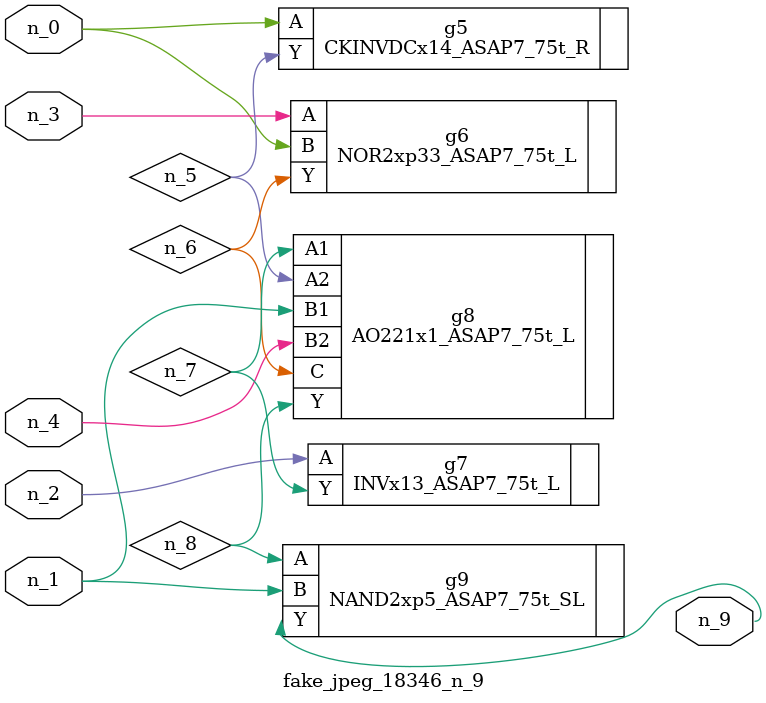
<source format=v>
module fake_jpeg_18346_n_9 (n_3, n_2, n_1, n_0, n_4, n_9);

input n_3;
input n_2;
input n_1;
input n_0;
input n_4;

output n_9;

wire n_8;
wire n_6;
wire n_5;
wire n_7;

CKINVDCx14_ASAP7_75t_R g5 ( 
.A(n_0),
.Y(n_5)
);

NOR2xp33_ASAP7_75t_L g6 ( 
.A(n_3),
.B(n_0),
.Y(n_6)
);

INVx13_ASAP7_75t_L g7 ( 
.A(n_2),
.Y(n_7)
);

AO221x1_ASAP7_75t_L g8 ( 
.A1(n_7),
.A2(n_5),
.B1(n_1),
.B2(n_4),
.C(n_6),
.Y(n_8)
);

NAND2xp5_ASAP7_75t_SL g9 ( 
.A(n_8),
.B(n_1),
.Y(n_9)
);


endmodule
</source>
